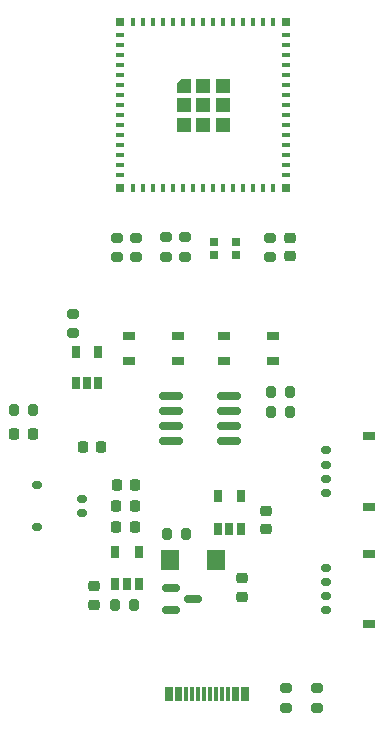
<source format=gbr>
%TF.GenerationSoftware,KiCad,Pcbnew,8.0.5-1.fc40*%
%TF.CreationDate,2024-10-05T09:08:47-05:00*%
%TF.ProjectId,PCB_ESP32,5043425f-4553-4503-9332-2e6b69636164,rev?*%
%TF.SameCoordinates,Original*%
%TF.FileFunction,Paste,Top*%
%TF.FilePolarity,Positive*%
%FSLAX46Y46*%
G04 Gerber Fmt 4.6, Leading zero omitted, Abs format (unit mm)*
G04 Created by KiCad (PCBNEW 8.0.5-1.fc40) date 2024-10-05 09:08:47*
%MOMM*%
%LPD*%
G01*
G04 APERTURE LIST*
G04 Aperture macros list*
%AMRoundRect*
0 Rectangle with rounded corners*
0 $1 Rounding radius*
0 $2 $3 $4 $5 $6 $7 $8 $9 X,Y pos of 4 corners*
0 Add a 4 corners polygon primitive as box body*
4,1,4,$2,$3,$4,$5,$6,$7,$8,$9,$2,$3,0*
0 Add four circle primitives for the rounded corners*
1,1,$1+$1,$2,$3*
1,1,$1+$1,$4,$5*
1,1,$1+$1,$6,$7*
1,1,$1+$1,$8,$9*
0 Add four rect primitives between the rounded corners*
20,1,$1+$1,$2,$3,$4,$5,0*
20,1,$1+$1,$4,$5,$6,$7,0*
20,1,$1+$1,$6,$7,$8,$9,0*
20,1,$1+$1,$8,$9,$2,$3,0*%
%AMOutline5P*
0 Free polygon, 5 corners , with rotation*
0 The origin of the aperture is its center*
0 number of corners: always 5*
0 $1 to $10 corner X, Y*
0 $11 Rotation angle, in degrees counterclockwise*
0 create outline with 5 corners*
4,1,5,$1,$2,$3,$4,$5,$6,$7,$8,$9,$10,$1,$2,$11*%
%AMOutline6P*
0 Free polygon, 6 corners , with rotation*
0 The origin of the aperture is its center*
0 number of corners: always 6*
0 $1 to $12 corner X, Y*
0 $13 Rotation angle, in degrees counterclockwise*
0 create outline with 6 corners*
4,1,6,$1,$2,$3,$4,$5,$6,$7,$8,$9,$10,$11,$12,$1,$2,$13*%
%AMOutline7P*
0 Free polygon, 7 corners , with rotation*
0 The origin of the aperture is its center*
0 number of corners: always 7*
0 $1 to $14 corner X, Y*
0 $15 Rotation angle, in degrees counterclockwise*
0 create outline with 7 corners*
4,1,7,$1,$2,$3,$4,$5,$6,$7,$8,$9,$10,$11,$12,$13,$14,$1,$2,$15*%
%AMOutline8P*
0 Free polygon, 8 corners , with rotation*
0 The origin of the aperture is its center*
0 number of corners: always 8*
0 $1 to $16 corner X, Y*
0 $17 Rotation angle, in degrees counterclockwise*
0 create outline with 8 corners*
4,1,8,$1,$2,$3,$4,$5,$6,$7,$8,$9,$10,$11,$12,$13,$14,$15,$16,$1,$2,$17*%
G04 Aperture macros list end*
%ADD10RoundRect,0.200000X-0.275000X0.200000X-0.275000X-0.200000X0.275000X-0.200000X0.275000X0.200000X0*%
%ADD11RoundRect,0.200000X0.275000X-0.200000X0.275000X0.200000X-0.275000X0.200000X-0.275000X-0.200000X0*%
%ADD12RoundRect,0.200000X-0.200000X-0.275000X0.200000X-0.275000X0.200000X0.275000X-0.200000X0.275000X0*%
%ADD13RoundRect,0.225000X0.250000X-0.225000X0.250000X0.225000X-0.250000X0.225000X-0.250000X-0.225000X0*%
%ADD14RoundRect,0.150000X-0.825000X-0.150000X0.825000X-0.150000X0.825000X0.150000X-0.825000X0.150000X0*%
%ADD15RoundRect,0.225000X-0.250000X0.225000X-0.250000X-0.225000X0.250000X-0.225000X0.250000X0.225000X0*%
%ADD16RoundRect,0.150000X0.275000X-0.150000X0.275000X0.150000X-0.275000X0.150000X-0.275000X-0.150000X0*%
%ADD17RoundRect,0.187500X0.362500X-0.187500X0.362500X0.187500X-0.362500X0.187500X-0.362500X-0.187500X0*%
%ADD18RoundRect,0.200000X0.200000X0.275000X-0.200000X0.275000X-0.200000X-0.275000X0.200000X-0.275000X0*%
%ADD19RoundRect,0.225000X0.225000X0.250000X-0.225000X0.250000X-0.225000X-0.250000X0.225000X-0.250000X0*%
%ADD20R,0.700000X0.700000*%
%ADD21R,0.700000X1.000000*%
%ADD22R,1.050000X0.650000*%
%ADD23RoundRect,0.175000X-0.225000X0.175000X-0.225000X-0.175000X0.225000X-0.175000X0.225000X0.175000X0*%
%ADD24RoundRect,0.150000X-0.275000X0.150000X-0.275000X-0.150000X0.275000X-0.150000X0.275000X0.150000X0*%
%ADD25R,1.555000X1.670000*%
%ADD26RoundRect,0.218750X0.218750X0.256250X-0.218750X0.256250X-0.218750X-0.256250X0.218750X-0.256250X0*%
%ADD27R,0.300000X1.150000*%
%ADD28RoundRect,0.150000X-0.587500X-0.150000X0.587500X-0.150000X0.587500X0.150000X-0.587500X0.150000X0*%
%ADD29R,0.800000X0.400000*%
%ADD30R,0.400000X0.800000*%
%ADD31Outline5P,-0.600000X0.204000X-0.204000X0.600000X0.600000X0.600000X0.600000X-0.600000X-0.600000X-0.600000X0.000000*%
%ADD32R,1.200000X1.200000*%
%ADD33R,0.800000X0.800000*%
G04 APERTURE END LIST*
D10*
%TO.C,R10*%
X146740000Y-93200000D03*
X146740000Y-94850000D03*
%TD*%
D11*
%TO.C,R4*%
X159480000Y-133025000D03*
X159480000Y-131375000D03*
%TD*%
D12*
%TO.C,R2*%
X149355000Y-118320000D03*
X151005000Y-118320000D03*
%TD*%
D13*
%TO.C,C9*%
X159800000Y-94805000D03*
X159800000Y-93255000D03*
%TD*%
D14*
%TO.C,U4*%
X149705000Y-106615000D03*
X149705000Y-107885000D03*
X149705000Y-109155000D03*
X149705000Y-110425000D03*
X154655000Y-110425000D03*
X154655000Y-109155000D03*
X154655000Y-107885000D03*
X154655000Y-106615000D03*
%TD*%
D11*
%TO.C,R9*%
X145190000Y-94850000D03*
X145190000Y-93200000D03*
%TD*%
D15*
%TO.C,C7*%
X155780000Y-122045000D03*
X155780000Y-123595000D03*
%TD*%
D16*
%TO.C,J5*%
X162830000Y-124750000D03*
X162830000Y-123550000D03*
X162830000Y-122350000D03*
X162830000Y-121150000D03*
D17*
X166455000Y-125925000D03*
X166455000Y-119975000D03*
%TD*%
D15*
%TO.C,C6*%
X157780000Y-116345000D03*
X157780000Y-117895000D03*
%TD*%
D18*
%TO.C,R13*%
X138077500Y-107840000D03*
X136427500Y-107840000D03*
%TD*%
%TO.C,R6*%
X159830000Y-107940000D03*
X158180000Y-107940000D03*
%TD*%
D11*
%TO.C,R7*%
X149330000Y-94845000D03*
X149330000Y-93195000D03*
%TD*%
D19*
%TO.C,C4*%
X146655000Y-115920000D03*
X145105000Y-115920000D03*
%TD*%
D20*
%TO.C,D1*%
X153385000Y-93610000D03*
X153385000Y-94710000D03*
X155215000Y-94710000D03*
X155215000Y-93610000D03*
%TD*%
D10*
%TO.C,R12*%
X141450000Y-99675000D03*
X141450000Y-101325000D03*
%TD*%
D18*
%TO.C,R5*%
X159830000Y-106240000D03*
X158180000Y-106240000D03*
%TD*%
D12*
%TO.C,R1*%
X144955000Y-124320000D03*
X146605000Y-124320000D03*
%TD*%
D10*
%TO.C,R11*%
X158100000Y-93205000D03*
X158100000Y-94855000D03*
%TD*%
D21*
%TO.C,U5*%
X141650000Y-105500000D03*
X142600000Y-105500000D03*
X143550000Y-105500000D03*
X143550000Y-102900000D03*
X141650000Y-102900000D03*
%TD*%
D19*
%TO.C,C3*%
X146655000Y-117720000D03*
X145105000Y-117720000D03*
%TD*%
%TO.C,C10*%
X143845000Y-110960000D03*
X142295000Y-110960000D03*
%TD*%
D21*
%TO.C,U3*%
X153680000Y-117870000D03*
X154680000Y-117870000D03*
X155680000Y-117870000D03*
X155680000Y-115120000D03*
X153680000Y-115120000D03*
%TD*%
D22*
%TO.C,SW3*%
X154215000Y-101545000D03*
X158365000Y-101545000D03*
X154215000Y-103695000D03*
X158365000Y-103695000D03*
%TD*%
D15*
%TO.C,C1*%
X143180000Y-122745000D03*
X143180000Y-124295000D03*
%TD*%
D10*
%TO.C,R3*%
X162080000Y-131375000D03*
X162080000Y-133025000D03*
%TD*%
D19*
%TO.C,C5*%
X146680000Y-114120000D03*
X145130000Y-114120000D03*
%TD*%
D23*
%TO.C,J7*%
X138405000Y-114170000D03*
X138405000Y-117670000D03*
D24*
X142180000Y-115320000D03*
X142180000Y-116520000D03*
%TD*%
D25*
%TO.C,D2*%
X153580000Y-120520000D03*
X149680000Y-120520000D03*
%TD*%
D10*
%TO.C,R8*%
X150900000Y-93195000D03*
X150900000Y-94845000D03*
%TD*%
D16*
%TO.C,J6*%
X162830000Y-114820000D03*
X162830000Y-113620000D03*
X162830000Y-112420000D03*
X162830000Y-111220000D03*
D17*
X166455000Y-115995000D03*
X166455000Y-110045000D03*
%TD*%
D26*
%TO.C,D3*%
X138040000Y-109840000D03*
X136465000Y-109840000D03*
%TD*%
D27*
%TO.C,J2*%
X149430000Y-131830000D03*
X150230000Y-131830000D03*
X151530000Y-131830000D03*
X152530000Y-131830000D03*
X153030000Y-131830000D03*
X154030000Y-131830000D03*
X155330000Y-131830000D03*
X156130000Y-131830000D03*
X155830000Y-131830000D03*
X155030000Y-131830000D03*
X154530000Y-131830000D03*
X153530000Y-131830000D03*
X152030000Y-131830000D03*
X151030000Y-131830000D03*
X150530000Y-131830000D03*
X149730000Y-131830000D03*
%TD*%
D28*
%TO.C,Q1*%
X149742500Y-122870000D03*
X149742500Y-124770000D03*
X151617500Y-123820000D03*
%TD*%
D22*
%TO.C,SW2*%
X146140000Y-101545000D03*
X150290000Y-101545000D03*
X146140000Y-103695000D03*
X150290000Y-103695000D03*
%TD*%
D29*
%TO.C,U1*%
X145450000Y-76035000D03*
X145450000Y-76885000D03*
X145450000Y-77735000D03*
X145450000Y-78585000D03*
X145450000Y-79435000D03*
X145450000Y-80285000D03*
X145450000Y-81135000D03*
X145450000Y-81985000D03*
X145450000Y-82835000D03*
X145450000Y-83685000D03*
X145450000Y-84535000D03*
X145450000Y-85385000D03*
X145450000Y-86235000D03*
X145450000Y-87085000D03*
X145450000Y-87935000D03*
D30*
X146500000Y-88985000D03*
X147350000Y-88985000D03*
X148200000Y-88985000D03*
X149050000Y-88985000D03*
X149900000Y-88985000D03*
X150750000Y-88985000D03*
X151600000Y-88985000D03*
X152450000Y-88985000D03*
X153300000Y-88985000D03*
X154150000Y-88985000D03*
X155000000Y-88985000D03*
X155850000Y-88985000D03*
X156700000Y-88985000D03*
X157550000Y-88985000D03*
X158400000Y-88985000D03*
D29*
X159450000Y-87935000D03*
X159450000Y-87085000D03*
X159450000Y-86235000D03*
X159450000Y-85385000D03*
X159450000Y-84535000D03*
X159450000Y-83685000D03*
X159450000Y-82835000D03*
X159450000Y-81985000D03*
X159450000Y-81135000D03*
X159450000Y-80285000D03*
X159450000Y-79435000D03*
X159450000Y-78585000D03*
X159450000Y-77735000D03*
X159450000Y-76885000D03*
X159450000Y-76035000D03*
D30*
X155000000Y-74985000D03*
X154150000Y-74985000D03*
X153300000Y-74985000D03*
X152450000Y-74985000D03*
X151600000Y-74985000D03*
X150750000Y-74985000D03*
X149900000Y-74985000D03*
X149050000Y-74985000D03*
X148200000Y-74985000D03*
X147350000Y-74985000D03*
X146500000Y-74985000D03*
D31*
X150800000Y-80335000D03*
D32*
X150800000Y-81985000D03*
X150800000Y-83635000D03*
X152450000Y-80335000D03*
X152450000Y-81985000D03*
X152450000Y-83635000D03*
X154100000Y-80335000D03*
X154100000Y-81985000D03*
X154100000Y-83635000D03*
D33*
X145450000Y-74985000D03*
X145450000Y-88985000D03*
D30*
X155850000Y-74985000D03*
X156700000Y-74985000D03*
X157550000Y-74985000D03*
X158400000Y-74985000D03*
D33*
X159450000Y-74985000D03*
X159450000Y-88985000D03*
%TD*%
D21*
%TO.C,U2*%
X144980000Y-122570000D03*
X145980000Y-122570000D03*
X146980000Y-122570000D03*
X146980000Y-119820000D03*
X144980000Y-119820000D03*
%TD*%
M02*

</source>
